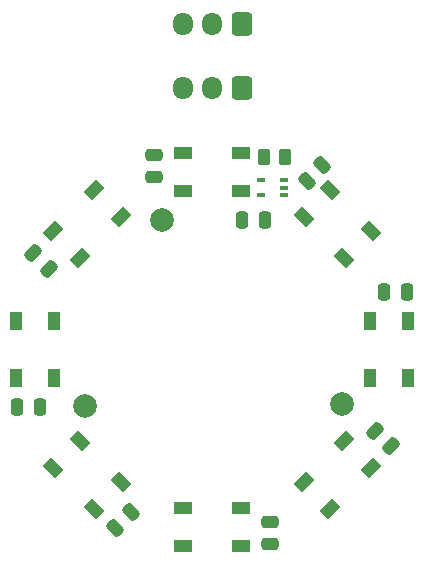
<source format=gts>
G04 #@! TF.GenerationSoftware,KiCad,Pcbnew,6.0.0-d3dd2cf0fa~116~ubuntu21.10.1*
G04 #@! TF.CreationDate,2022-02-12T15:34:00+00:00*
G04 #@! TF.ProjectId,ringLight,72696e67-4c69-4676-9874-2e6b69636164,04*
G04 #@! TF.SameCoordinates,PX7bfa480PY7270e00*
G04 #@! TF.FileFunction,Soldermask,Top*
G04 #@! TF.FilePolarity,Negative*
%FSLAX46Y46*%
G04 Gerber Fmt 4.6, Leading zero omitted, Abs format (unit mm)*
G04 Created by KiCad (PCBNEW 6.0.0-d3dd2cf0fa~116~ubuntu21.10.1) date 2022-02-12 15:34:00*
%MOMM*%
%LPD*%
G01*
G04 APERTURE LIST*
G04 Aperture macros list*
%AMRoundRect*
0 Rectangle with rounded corners*
0 $1 Rounding radius*
0 $2 $3 $4 $5 $6 $7 $8 $9 X,Y pos of 4 corners*
0 Add a 4 corners polygon primitive as box body*
4,1,4,$2,$3,$4,$5,$6,$7,$8,$9,$2,$3,0*
0 Add four circle primitives for the rounded corners*
1,1,$1+$1,$2,$3*
1,1,$1+$1,$4,$5*
1,1,$1+$1,$6,$7*
1,1,$1+$1,$8,$9*
0 Add four rect primitives between the rounded corners*
20,1,$1+$1,$2,$3,$4,$5,0*
20,1,$1+$1,$4,$5,$6,$7,0*
20,1,$1+$1,$6,$7,$8,$9,0*
20,1,$1+$1,$8,$9,$2,$3,0*%
%AMRotRect*
0 Rectangle, with rotation*
0 The origin of the aperture is its center*
0 $1 length*
0 $2 width*
0 $3 Rotation angle, in degrees counterclockwise*
0 Add horizontal line*
21,1,$1,$2,0,0,$3*%
G04 Aperture macros list end*
%ADD10R,1.500000X1.000000*%
%ADD11RotRect,1.500000X1.000000X45.000000*%
%ADD12R,1.000000X1.500000*%
%ADD13RotRect,1.500000X1.000000X135.000000*%
%ADD14RotRect,1.500000X1.000000X225.000000*%
%ADD15RotRect,1.500000X1.000000X315.000000*%
%ADD16C,2.000000*%
%ADD17RoundRect,0.250000X-0.475000X0.250000X-0.475000X-0.250000X0.475000X-0.250000X0.475000X0.250000X0*%
%ADD18RoundRect,0.250000X-0.250000X-0.475000X0.250000X-0.475000X0.250000X0.475000X-0.250000X0.475000X0*%
%ADD19RoundRect,0.250000X0.475000X-0.250000X0.475000X0.250000X-0.475000X0.250000X-0.475000X-0.250000X0*%
%ADD20RoundRect,0.250000X0.250000X0.475000X-0.250000X0.475000X-0.250000X-0.475000X0.250000X-0.475000X0*%
%ADD21RoundRect,0.250000X0.512652X0.159099X0.159099X0.512652X-0.512652X-0.159099X-0.159099X-0.512652X0*%
%ADD22RoundRect,0.250000X-0.512652X-0.159099X-0.159099X-0.512652X0.512652X0.159099X0.159099X0.512652X0*%
%ADD23RoundRect,0.250000X0.159099X-0.512652X0.512652X-0.159099X-0.159099X0.512652X-0.512652X0.159099X0*%
%ADD24RoundRect,0.250000X0.600000X0.725000X-0.600000X0.725000X-0.600000X-0.725000X0.600000X-0.725000X0*%
%ADD25O,1.700000X1.950000*%
%ADD26RoundRect,0.249999X0.262501X0.450001X-0.262501X0.450001X-0.262501X-0.450001X0.262501X-0.450001X0*%
%ADD27R,0.650000X0.400000*%
%ADD28RoundRect,0.250000X-0.159099X0.512652X-0.512652X0.159099X0.159099X-0.512652X0.512652X-0.159099X0*%
G04 APERTURE END LIST*
D10*
X147550000Y-83400000D03*
X147550000Y-86600000D03*
X152450000Y-86600000D03*
X152450000Y-83400000D03*
D11*
X136529617Y-89994440D03*
X138792358Y-92257181D03*
X142257181Y-88792358D03*
X139994440Y-86529617D03*
D12*
X133400000Y-102450000D03*
X136600000Y-102450000D03*
X136600000Y-97550000D03*
X133400000Y-97550000D03*
D13*
X139994440Y-113470383D03*
X142257181Y-111207642D03*
X138792358Y-107742819D03*
X136529617Y-110005560D03*
D10*
X152450000Y-116600000D03*
X152450000Y-113400000D03*
X147550000Y-113400000D03*
X147550000Y-116600000D03*
D14*
X163470383Y-110005560D03*
X161207642Y-107742819D03*
X157742819Y-111207642D03*
X160005560Y-113470383D03*
D12*
X166600000Y-97550000D03*
X163400000Y-97550000D03*
X163400000Y-102450000D03*
X166600000Y-102450000D03*
D15*
X160005560Y-86529617D03*
X157742819Y-88792358D03*
X161207642Y-92257181D03*
X163470383Y-89994440D03*
D16*
X145750000Y-89000000D03*
X139250000Y-104750000D03*
X161000000Y-104600000D03*
D17*
X145098496Y-83504414D03*
X145098496Y-85404414D03*
D18*
X133504414Y-104901504D03*
X135404414Y-104901504D03*
D19*
X154901504Y-116495586D03*
X154901504Y-114595586D03*
D20*
X166495586Y-95098496D03*
X164595586Y-95098496D03*
D21*
X165130027Y-108198253D03*
X163786525Y-106854751D03*
D22*
X134869973Y-91801747D03*
X136213475Y-93145249D03*
D23*
X141801747Y-115130027D03*
X143145249Y-113786525D03*
D24*
X152500000Y-77850000D03*
D25*
X150000000Y-77850000D03*
X147500000Y-77850000D03*
D26*
X156212500Y-83700000D03*
X154387500Y-83700000D03*
D27*
X156050000Y-86950000D03*
X156050000Y-86300000D03*
X156050000Y-85650000D03*
X154150000Y-85650000D03*
X154150000Y-86950000D03*
D28*
X159343502Y-84356498D03*
X158000000Y-85700000D03*
D20*
X154450000Y-89000000D03*
X152550000Y-89000000D03*
D24*
X152500000Y-72475000D03*
D25*
X150000000Y-72475000D03*
X147500000Y-72475000D03*
M02*

</source>
